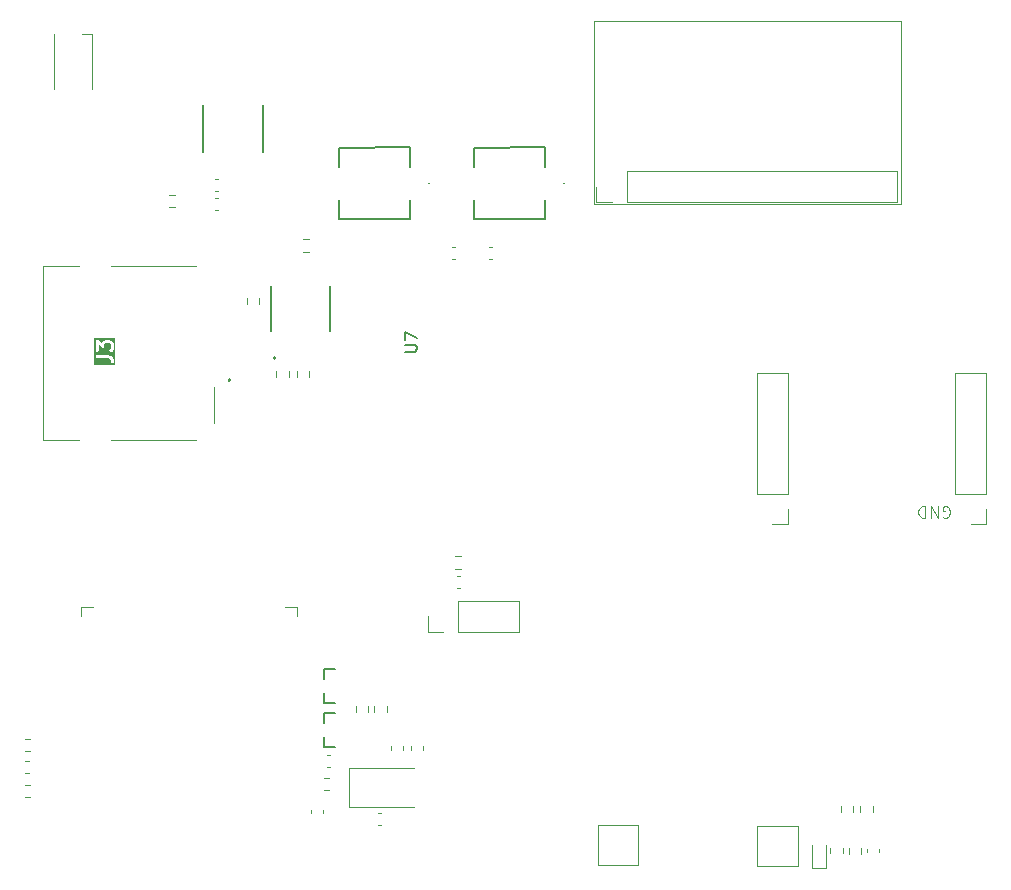
<source format=gbr>
%TF.GenerationSoftware,KiCad,Pcbnew,8.0.5*%
%TF.CreationDate,2024-10-11T13:06:57+01:00*%
%TF.ProjectId,esquema_eletronico,65737175-656d-4615-9f65-6c6574726f6e,rev?*%
%TF.SameCoordinates,Original*%
%TF.FileFunction,Legend,Top*%
%TF.FilePolarity,Positive*%
%FSLAX46Y46*%
G04 Gerber Fmt 4.6, Leading zero omitted, Abs format (unit mm)*
G04 Created by KiCad (PCBNEW 8.0.5) date 2024-10-11 13:06:57*
%MOMM*%
%LPD*%
G01*
G04 APERTURE LIST*
%ADD10C,0.100000*%
%ADD11C,0.150000*%
%ADD12C,0.254000*%
%ADD13C,0.120000*%
%ADD14C,0.127000*%
%ADD15C,0.200000*%
G04 APERTURE END LIST*
D10*
X159532306Y-109859961D02*
X159627544Y-109907580D01*
X159627544Y-109907580D02*
X159770401Y-109907580D01*
X159770401Y-109907580D02*
X159913258Y-109859961D01*
X159913258Y-109859961D02*
X160008496Y-109764723D01*
X160008496Y-109764723D02*
X160056115Y-109669485D01*
X160056115Y-109669485D02*
X160103734Y-109479009D01*
X160103734Y-109479009D02*
X160103734Y-109336152D01*
X160103734Y-109336152D02*
X160056115Y-109145676D01*
X160056115Y-109145676D02*
X160008496Y-109050438D01*
X160008496Y-109050438D02*
X159913258Y-108955200D01*
X159913258Y-108955200D02*
X159770401Y-108907580D01*
X159770401Y-108907580D02*
X159675163Y-108907580D01*
X159675163Y-108907580D02*
X159532306Y-108955200D01*
X159532306Y-108955200D02*
X159484687Y-109002819D01*
X159484687Y-109002819D02*
X159484687Y-109336152D01*
X159484687Y-109336152D02*
X159675163Y-109336152D01*
X159056115Y-108907580D02*
X159056115Y-109907580D01*
X159056115Y-109907580D02*
X158484687Y-108907580D01*
X158484687Y-108907580D02*
X158484687Y-109907580D01*
X158008496Y-108907580D02*
X158008496Y-109907580D01*
X158008496Y-109907580D02*
X157770401Y-109907580D01*
X157770401Y-109907580D02*
X157627544Y-109859961D01*
X157627544Y-109859961D02*
X157532306Y-109764723D01*
X157532306Y-109764723D02*
X157484687Y-109669485D01*
X157484687Y-109669485D02*
X157437068Y-109479009D01*
X157437068Y-109479009D02*
X157437068Y-109336152D01*
X157437068Y-109336152D02*
X157484687Y-109145676D01*
X157484687Y-109145676D02*
X157532306Y-109050438D01*
X157532306Y-109050438D02*
X157627544Y-108955200D01*
X157627544Y-108955200D02*
X157770401Y-108907580D01*
X157770401Y-108907580D02*
X158008496Y-108907580D01*
D11*
X113984819Y-95831904D02*
X114794342Y-95831904D01*
X114794342Y-95831904D02*
X114889580Y-95784285D01*
X114889580Y-95784285D02*
X114937200Y-95736666D01*
X114937200Y-95736666D02*
X114984819Y-95641428D01*
X114984819Y-95641428D02*
X114984819Y-95450952D01*
X114984819Y-95450952D02*
X114937200Y-95355714D01*
X114937200Y-95355714D02*
X114889580Y-95308095D01*
X114889580Y-95308095D02*
X114794342Y-95260476D01*
X114794342Y-95260476D02*
X113984819Y-95260476D01*
X113984819Y-94879523D02*
X113984819Y-94212857D01*
X113984819Y-94212857D02*
X114984819Y-94641428D01*
D12*
G36*
X89442429Y-96972813D02*
G01*
X87636207Y-96972813D01*
X87636207Y-96198556D01*
X87779758Y-96198556D01*
X87779758Y-96248108D01*
X87798721Y-96293889D01*
X87833761Y-96328929D01*
X87879542Y-96347892D01*
X87904318Y-96350332D01*
X88790850Y-96350332D01*
X88924287Y-96394811D01*
X89002839Y-96473363D01*
X89047318Y-96606799D01*
X89047318Y-96707142D01*
X89049758Y-96731918D01*
X89068721Y-96777699D01*
X89103761Y-96812739D01*
X89149542Y-96831702D01*
X89199094Y-96831702D01*
X89244875Y-96812739D01*
X89279915Y-96777699D01*
X89298878Y-96731918D01*
X89301318Y-96707142D01*
X89301318Y-96586190D01*
X89300083Y-96573651D01*
X89300321Y-96570306D01*
X89299320Y-96565904D01*
X89298878Y-96561414D01*
X89297594Y-96558315D01*
X89294801Y-96546029D01*
X89234325Y-96364600D01*
X89224175Y-96341867D01*
X89221184Y-96338418D01*
X89219438Y-96334203D01*
X89203644Y-96314958D01*
X89082691Y-96194006D01*
X89063447Y-96178212D01*
X89059229Y-96176465D01*
X89055783Y-96173476D01*
X89033050Y-96163326D01*
X88851623Y-96102849D01*
X88839333Y-96100054D01*
X88836237Y-96098772D01*
X88831748Y-96098329D01*
X88827346Y-96097329D01*
X88823999Y-96097566D01*
X88811461Y-96096332D01*
X87904318Y-96096332D01*
X87879542Y-96098772D01*
X87833761Y-96117735D01*
X87798721Y-96152775D01*
X87779758Y-96198556D01*
X87636207Y-96198556D01*
X87636207Y-94953332D01*
X87777318Y-94953332D01*
X87777318Y-95739523D01*
X87779758Y-95764299D01*
X87798721Y-95810080D01*
X87833761Y-95845120D01*
X87879542Y-95864083D01*
X87929094Y-95864083D01*
X87974875Y-95845120D01*
X88009915Y-95810080D01*
X88028878Y-95764299D01*
X88031318Y-95739523D01*
X88031318Y-95233210D01*
X88304497Y-95472243D01*
X88315205Y-95479898D01*
X88317570Y-95482263D01*
X88319811Y-95483191D01*
X88324750Y-95486722D01*
X88344291Y-95493331D01*
X88363351Y-95501226D01*
X88367633Y-95501226D01*
X88371690Y-95502598D01*
X88392272Y-95501226D01*
X88412903Y-95501226D01*
X88416859Y-95499586D01*
X88421135Y-95499302D01*
X88439628Y-95490155D01*
X88458684Y-95482263D01*
X88461712Y-95479234D01*
X88465553Y-95477335D01*
X88479141Y-95461805D01*
X88493724Y-95447223D01*
X88495362Y-95443267D01*
X88498183Y-95440044D01*
X88504793Y-95420499D01*
X88512687Y-95401442D01*
X88513281Y-95395400D01*
X88514059Y-95393103D01*
X88513836Y-95389767D01*
X88515127Y-95376666D01*
X88515127Y-95225217D01*
X88552978Y-95149514D01*
X88584308Y-95118184D01*
X88660013Y-95080332D01*
X88902432Y-95080332D01*
X88978135Y-95118184D01*
X89009468Y-95149517D01*
X89047318Y-95225217D01*
X89047318Y-95528113D01*
X89009467Y-95603815D01*
X88963563Y-95649720D01*
X88947769Y-95668964D01*
X88928806Y-95714745D01*
X88928805Y-95764299D01*
X88947768Y-95810080D01*
X88982806Y-95845119D01*
X89028587Y-95864082D01*
X89078141Y-95864083D01*
X89123922Y-95845120D01*
X89143167Y-95829326D01*
X89203644Y-95768850D01*
X89211638Y-95759109D01*
X89214172Y-95756912D01*
X89216575Y-95753094D01*
X89219438Y-95749606D01*
X89220722Y-95746505D01*
X89227434Y-95735843D01*
X89287910Y-95614890D01*
X89296808Y-95591638D01*
X89297131Y-95587086D01*
X89298878Y-95582870D01*
X89301318Y-95558094D01*
X89301318Y-95195237D01*
X89298878Y-95170461D01*
X89297131Y-95166244D01*
X89296808Y-95161692D01*
X89287910Y-95138440D01*
X89227434Y-95017489D01*
X89220722Y-95006826D01*
X89219438Y-95003726D01*
X89216575Y-95000237D01*
X89214172Y-94996420D01*
X89211638Y-94994222D01*
X89203644Y-94984482D01*
X89143167Y-94924006D01*
X89133428Y-94916013D01*
X89131231Y-94913480D01*
X89127410Y-94911075D01*
X89123922Y-94908212D01*
X89120824Y-94906928D01*
X89110162Y-94900217D01*
X88989210Y-94839740D01*
X88965958Y-94830842D01*
X88961405Y-94830518D01*
X88957189Y-94828772D01*
X88932413Y-94826332D01*
X88630032Y-94826332D01*
X88605256Y-94828772D01*
X88601039Y-94830518D01*
X88596487Y-94830842D01*
X88573235Y-94839740D01*
X88452283Y-94900217D01*
X88441620Y-94906928D01*
X88438523Y-94908212D01*
X88435033Y-94911075D01*
X88431214Y-94913480D01*
X88429017Y-94916012D01*
X88419278Y-94924005D01*
X88358801Y-94984482D01*
X88350806Y-94994222D01*
X88348273Y-94996420D01*
X88345869Y-95000237D01*
X88343007Y-95003726D01*
X88341723Y-95006825D01*
X88335011Y-95017489D01*
X88284942Y-95117625D01*
X87987948Y-94857755D01*
X87977237Y-94850097D01*
X87974875Y-94847735D01*
X87972635Y-94846807D01*
X87967696Y-94843276D01*
X87948151Y-94836665D01*
X87929094Y-94828772D01*
X87924812Y-94828772D01*
X87920755Y-94827400D01*
X87900173Y-94828772D01*
X87879542Y-94828772D01*
X87875585Y-94830411D01*
X87871310Y-94830696D01*
X87852816Y-94839842D01*
X87833761Y-94847735D01*
X87830732Y-94850763D01*
X87826892Y-94852663D01*
X87813303Y-94868192D01*
X87798721Y-94882775D01*
X87797082Y-94886730D01*
X87794262Y-94889954D01*
X87787651Y-94909498D01*
X87779758Y-94928556D01*
X87779163Y-94934597D01*
X87778386Y-94936895D01*
X87778608Y-94940230D01*
X87777318Y-94953332D01*
X87636207Y-94953332D01*
X87636207Y-94685221D01*
X89442429Y-94685221D01*
X89442429Y-96972813D01*
G37*
D13*
%TO.C,C35*%
X106040000Y-134649420D02*
X106040000Y-134930580D01*
X107060000Y-134649420D02*
X107060000Y-134930580D01*
%TO.C,TP2*%
X130275000Y-135900000D02*
X133675000Y-135900000D01*
X130275000Y-139300000D02*
X130275000Y-135900000D01*
X133675000Y-135900000D02*
X133675000Y-139300000D01*
X133675000Y-139300000D02*
X130275000Y-139300000D01*
%TO.C,C32*%
X117929420Y-87000000D02*
X118210580Y-87000000D01*
X117929420Y-88020000D02*
X118210580Y-88020000D01*
%TO.C,C7*%
X81809420Y-130490000D02*
X82090580Y-130490000D01*
X81809420Y-131510000D02*
X82090580Y-131510000D01*
%TO.C,C34*%
X112790000Y-129540580D02*
X112790000Y-129259420D01*
X113810000Y-129540580D02*
X113810000Y-129259420D01*
%TO.C,R10*%
X149977500Y-137837742D02*
X149977500Y-138312258D01*
X151022500Y-137837742D02*
X151022500Y-138312258D01*
%TO.C,TP1*%
X143800000Y-136025000D02*
X147200000Y-136025000D01*
X143800000Y-139425000D02*
X143800000Y-136025000D01*
X147200000Y-136025000D02*
X147200000Y-139425000D01*
X147200000Y-139425000D02*
X143800000Y-139425000D01*
%TO.C,R3*%
X111377500Y-126349758D02*
X111377500Y-125875242D01*
X112422500Y-126349758D02*
X112422500Y-125875242D01*
D14*
%TO.C,Q2*%
X107125000Y-122687500D02*
X107125000Y-123517500D01*
X107125000Y-122687500D02*
X108065000Y-122687500D01*
X107125000Y-124757500D02*
X107125000Y-125587500D01*
X108065000Y-125587500D02*
X107125000Y-125587500D01*
D13*
%TO.C,U9*%
X143740000Y-107850000D02*
X143740000Y-97630000D01*
X146400000Y-97630000D02*
X143740000Y-97630000D01*
X146400000Y-107850000D02*
X143740000Y-107850000D01*
X146400000Y-107850000D02*
X146400000Y-97630000D01*
X146400000Y-109120000D02*
X146400000Y-110450000D01*
X146400000Y-110450000D02*
X145070000Y-110450000D01*
X160520000Y-107860000D02*
X160520000Y-97640000D01*
X163180000Y-97640000D02*
X160520000Y-97640000D01*
X163180000Y-107860000D02*
X160520000Y-107860000D01*
X163180000Y-107860000D02*
X163180000Y-97640000D01*
X163180000Y-109130000D02*
X163180000Y-110460000D01*
X163180000Y-110460000D02*
X161850000Y-110460000D01*
%TO.C,D1*%
X148400000Y-137600000D02*
X148400000Y-139560000D01*
X148400000Y-139560000D02*
X149600000Y-139560000D01*
X149600000Y-137600000D02*
X149600000Y-139560000D01*
%TO.C,R18*%
X104782500Y-97982258D02*
X104782500Y-97507742D01*
X105827500Y-97982258D02*
X105827500Y-97507742D01*
%TO.C,C9*%
X114440000Y-129540580D02*
X114440000Y-129259420D01*
X115460000Y-129540580D02*
X115460000Y-129259420D01*
%TO.C,R12*%
X81772742Y-132507500D02*
X82247258Y-132507500D01*
X81772742Y-133552500D02*
X82247258Y-133552500D01*
%TO.C,C36*%
X121335580Y-87000000D02*
X121054420Y-87000000D01*
X121335580Y-88020000D02*
X121054420Y-88020000D01*
%TO.C,J1_TMP1*%
X115890000Y-119580000D02*
X115890000Y-118250000D01*
X117220000Y-119580000D02*
X115890000Y-119580000D01*
X118490000Y-116920000D02*
X123630000Y-116920000D01*
X118490000Y-119580000D02*
X118490000Y-116920000D01*
X118490000Y-119580000D02*
X123630000Y-119580000D01*
X123630000Y-119580000D02*
X123630000Y-116920000D01*
D14*
%TO.C,Q1*%
X107100000Y-126412500D02*
X107100000Y-127242500D01*
X107100000Y-126412500D02*
X108040000Y-126412500D01*
X107100000Y-128482500D02*
X107100000Y-129312500D01*
X108040000Y-129312500D02*
X107100000Y-129312500D01*
D13*
%TO.C,C3*%
X118329420Y-114815000D02*
X118610580Y-114815000D01*
X118329420Y-115835000D02*
X118610580Y-115835000D01*
%TO.C,R5*%
X118232742Y-113177500D02*
X118707258Y-113177500D01*
X118232742Y-114222500D02*
X118707258Y-114222500D01*
%TO.C,C8*%
X111659420Y-134890000D02*
X111940580Y-134890000D01*
X111659420Y-135910000D02*
X111940580Y-135910000D01*
%TO.C,U4*%
X130127500Y-83185000D02*
X130127500Y-81855000D01*
X131457500Y-83185000D02*
X130127500Y-83185000D01*
X132727500Y-80525000D02*
X155647500Y-80525000D01*
X132727500Y-83185000D02*
X132727500Y-80525000D01*
X132727500Y-83185000D02*
X155647500Y-83185000D01*
X155647500Y-83185000D02*
X155647500Y-80525000D01*
D10*
X129997500Y-83355000D02*
X155997500Y-83355000D01*
X155997500Y-67855000D01*
X129997500Y-67855000D01*
X129997500Y-83355000D01*
X129997500Y-83355000D02*
X155997500Y-83355000D01*
X155997500Y-67855000D01*
X129997500Y-67855000D01*
X129997500Y-83355000D01*
D13*
%TO.C,C11*%
X98165580Y-81255000D02*
X97884420Y-81255000D01*
X98165580Y-82275000D02*
X97884420Y-82275000D01*
%TO.C,R21*%
X94472258Y-82542500D02*
X93997742Y-82542500D01*
X94472258Y-83587500D02*
X93997742Y-83587500D01*
%TO.C,R17*%
X103082500Y-97982258D02*
X103082500Y-97507742D01*
X104127500Y-97982258D02*
X104127500Y-97507742D01*
D14*
%TO.C,U10*%
X96895000Y-78925000D02*
X96895000Y-74925000D01*
X101935000Y-78925000D02*
X101935000Y-74925000D01*
D13*
%TO.C,C33*%
X107369420Y-129970000D02*
X107650580Y-129970000D01*
X107369420Y-130990000D02*
X107650580Y-130990000D01*
%TO.C,R35*%
X107557258Y-131937500D02*
X107082742Y-131937500D01*
X107557258Y-132982500D02*
X107082742Y-132982500D01*
%TO.C,R4*%
X109802500Y-125850242D02*
X109802500Y-126324758D01*
X110847500Y-125850242D02*
X110847500Y-126324758D01*
D14*
%TO.C,U5*%
X102630000Y-94125000D02*
X102630000Y-90265000D01*
X107630000Y-94125000D02*
X107630000Y-90265000D01*
D15*
X103023000Y-96390000D02*
G75*
G02*
X102823000Y-96390000I-100000J0D01*
G01*
X102823000Y-96390000D02*
G75*
G02*
X103023000Y-96390000I100000J0D01*
G01*
D13*
%TO.C,U7*%
X86540000Y-117430000D02*
X87540000Y-117430000D01*
X86540000Y-118210000D02*
X86540000Y-117430000D01*
X104780000Y-117430000D02*
X103780000Y-117430000D01*
X104780000Y-118210000D02*
X104780000Y-117430000D01*
%TO.C,D8*%
X84225000Y-73600000D02*
X84225000Y-68950000D01*
X87425000Y-68950000D02*
X86625000Y-68950000D01*
X87425000Y-73600000D02*
X87425000Y-68950000D01*
%TO.C,R11*%
X151552500Y-137862742D02*
X151552500Y-138337258D01*
X152597500Y-137862742D02*
X152597500Y-138337258D01*
%TO.C,C4*%
X153090000Y-138215580D02*
X153090000Y-137934420D01*
X154110000Y-138215580D02*
X154110000Y-137934420D01*
%TO.C,R1*%
X152502500Y-134812258D02*
X152502500Y-134337742D01*
X153547500Y-134812258D02*
X153547500Y-134337742D01*
%TO.C,R2*%
X150882500Y-134812258D02*
X150882500Y-134337742D01*
X151927500Y-134812258D02*
X151927500Y-134337742D01*
D15*
%TO.C,SW2*%
X119820000Y-78570000D02*
X119820000Y-80170000D01*
X119820000Y-84620000D02*
X119820000Y-82970000D01*
X125820000Y-78520000D02*
X119820000Y-78570000D01*
X125820000Y-80170000D02*
X125820000Y-78520000D01*
X125820000Y-82970000D02*
X125820000Y-84620000D01*
X125820000Y-84620000D02*
X119820000Y-84620000D01*
D10*
X127320000Y-81570000D02*
X127320000Y-81570000D01*
X127420000Y-81570000D02*
X127420000Y-81570000D01*
X127320000Y-81570000D02*
G75*
G02*
X127420000Y-81570000I50000J0D01*
G01*
X127420000Y-81570000D02*
G75*
G02*
X127320000Y-81570000I-50000J0D01*
G01*
D13*
%TO.C,R13*%
X81772742Y-128617500D02*
X82247258Y-128617500D01*
X81772742Y-129662500D02*
X82247258Y-129662500D01*
D10*
%TO.C,J3*%
X83300000Y-88600000D02*
X83300000Y-103350000D01*
X83300000Y-103350000D02*
X86400000Y-103350000D01*
X86400000Y-88600000D02*
X83300000Y-88600000D01*
X89100000Y-103350000D02*
X96300000Y-103350000D01*
X96300000Y-88600000D02*
X89100000Y-88600000D01*
X97800000Y-101850000D02*
X97800000Y-98850000D01*
D15*
X99100000Y-98150000D02*
X99100000Y-98150000D01*
X99100000Y-98350000D02*
X99100000Y-98350000D01*
X99100000Y-98150000D02*
G75*
G02*
X99100000Y-98350000I0J-100000D01*
G01*
X99100000Y-98350000D02*
G75*
G02*
X99100000Y-98150000I0J100000D01*
G01*
D13*
%TO.C,R19*%
X105342742Y-86322500D02*
X105817258Y-86322500D01*
X105342742Y-87367500D02*
X105817258Y-87367500D01*
%TO.C,C12*%
X98165580Y-82790000D02*
X97884420Y-82790000D01*
X98165580Y-83810000D02*
X97884420Y-83810000D01*
D15*
%TO.C,SW1*%
X108390000Y-78570000D02*
X108390000Y-80170000D01*
X108390000Y-84620000D02*
X108390000Y-82970000D01*
X114390000Y-78520000D02*
X108390000Y-78570000D01*
X114390000Y-80170000D02*
X114390000Y-78520000D01*
X114390000Y-82970000D02*
X114390000Y-84620000D01*
X114390000Y-84620000D02*
X108390000Y-84620000D01*
D10*
X115890000Y-81570000D02*
X115890000Y-81570000D01*
X115990000Y-81570000D02*
X115990000Y-81570000D01*
X115890000Y-81570000D02*
G75*
G02*
X115990000Y-81570000I50000J0D01*
G01*
X115990000Y-81570000D02*
G75*
G02*
X115890000Y-81570000I-50000J0D01*
G01*
D13*
%TO.C,R20*%
X100592500Y-91762258D02*
X100592500Y-91287742D01*
X101637500Y-91762258D02*
X101637500Y-91287742D01*
%TO.C,D9*%
X109190000Y-131100000D02*
X109190000Y-134400000D01*
X109190000Y-131100000D02*
X114700000Y-131100000D01*
X109190000Y-134400000D02*
X114700000Y-134400000D01*
%TD*%
M02*

</source>
